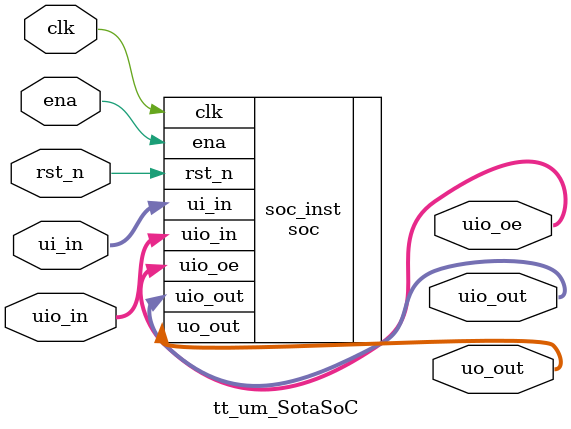
<source format=v>
/*
 * Copyright (c) 2024 Your Name
 * SPDX-License-Identifier: Apache-2.0
 */

`default_nettype none

module tt_um_SotaSoC (
    input  wire [7:0] ui_in,    // Dedicated inputs
    output wire [7:0] uo_out,   // Dedicated outputs
    input  wire [7:0] uio_in,   // IOs: Input path
    output wire [7:0] uio_out,  // IOs: Output path
    output wire [7:0] uio_oe,   // IOs: Enable path (active high: 0=input, 1=output)
    input  wire       ena,      // always 1 when the design is powered, so you can ignore it
    input  wire       clk,      // clock
    input  wire       rst_n     // reset_n - low to reset
);

  soc #(
  ) soc_inst (
      .ui_in(ui_in),
      .uo_out(uo_out),
      .uio_in(uio_in),
      .uio_out(uio_out),
      .uio_oe(uio_oe),
      .ena(ena),
      .clk(clk),
      .rst_n(rst_n)
  );
endmodule

</source>
